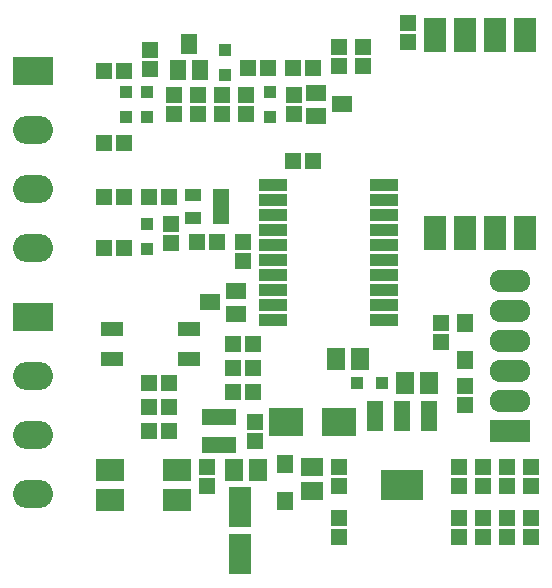
<source format=gts>
G04 #@! TF.GenerationSoftware,KiCad,Pcbnew,5.0.0-fee4fd1~66~ubuntu18.04.1*
G04 #@! TF.CreationDate,2019-02-05T20:13:11-07:00*
G04 #@! TF.ProjectId,sprinkler_nodes,737072696E6B6C65725F6E6F6465732E,rev?*
G04 #@! TF.SameCoordinates,Original*
G04 #@! TF.FileFunction,Soldermask,Top*
G04 #@! TF.FilePolarity,Negative*
%FSLAX46Y46*%
G04 Gerber Fmt 4.6, Leading zero omitted, Abs format (unit mm)*
G04 Created by KiCad (PCBNEW 5.0.0-fee4fd1~66~ubuntu18.04.1) date Tue Feb  5 20:13:11 2019*
%MOMM*%
%LPD*%
G01*
G04 APERTURE LIST*
%ADD10R,2.432000X1.924000*%
%ADD11R,1.400000X1.350000*%
%ADD12R,1.350000X1.400000*%
%ADD13R,1.550000X1.850000*%
%ADD14R,1.850000X1.550000*%
%ADD15R,1.400000X1.500000*%
%ADD16R,1.100000X1.000000*%
%ADD17R,1.000000X1.100000*%
%ADD18O,3.400000X2.400000*%
%ADD19R,3.400000X2.400000*%
%ADD20R,3.448000X1.924000*%
%ADD21O,3.448000X1.924000*%
%ADD22R,2.900000X2.400000*%
%ADD23R,1.900000X1.200000*%
%ADD24R,1.400000X1.800000*%
%ADD25R,1.800000X1.400000*%
%ADD26R,2.350000X1.000000*%
%ADD27R,1.100000X1.400000*%
%ADD28R,1.350000X2.550000*%
%ADD29R,3.650000X2.550000*%
%ADD30R,1.400000X1.100000*%
%ADD31R,1.900000X3.400000*%
%ADD32R,1.920000X2.940000*%
G04 APERTURE END LIST*
D10*
G04 #@! TO.C,BR1*
X74295000Y-68834000D03*
X74295000Y-71374000D03*
X80010000Y-68834000D03*
X80010000Y-71374000D03*
G04 #@! TD*
D11*
G04 #@! TO.C,C1*
X91503000Y-42672000D03*
X89853000Y-42672000D03*
G04 #@! TD*
G04 #@! TO.C,C2*
X84773000Y-58166000D03*
X86423000Y-58166000D03*
G04 #@! TD*
D12*
G04 #@! TO.C,C6*
X86614000Y-66357000D03*
X86614000Y-64707000D03*
G04 #@! TD*
D13*
G04 #@! TO.C,C7*
X86877000Y-68834000D03*
X84827000Y-68834000D03*
G04 #@! TD*
D14*
G04 #@! TO.C,C8*
X91440000Y-68571000D03*
X91440000Y-70621000D03*
G04 #@! TD*
D13*
G04 #@! TO.C,C9*
X93463000Y-59436000D03*
X95513000Y-59436000D03*
G04 #@! TD*
G04 #@! TO.C,C10*
X99305000Y-61468000D03*
X101355000Y-61468000D03*
G04 #@! TD*
D11*
G04 #@! TO.C,C11*
X75501000Y-35052000D03*
X73851000Y-35052000D03*
G04 #@! TD*
G04 #@! TO.C,C12*
X73851000Y-41148000D03*
X75501000Y-41148000D03*
G04 #@! TD*
G04 #@! TO.C,C13*
X73851000Y-45720000D03*
X75501000Y-45720000D03*
G04 #@! TD*
G04 #@! TO.C,C14*
X73851000Y-50038000D03*
X75501000Y-50038000D03*
G04 #@! TD*
D12*
G04 #@! TO.C,C15*
X79502000Y-47943000D03*
X79502000Y-49593000D03*
G04 #@! TD*
G04 #@! TO.C,C16*
X83820000Y-38671000D03*
X83820000Y-37021000D03*
G04 #@! TD*
D11*
G04 #@! TO.C,C17*
X87693000Y-34798000D03*
X86043000Y-34798000D03*
G04 #@! TD*
D12*
G04 #@! TO.C,C18*
X89916000Y-37021000D03*
X89916000Y-38671000D03*
G04 #@! TD*
D11*
G04 #@! TO.C,D1*
X77661000Y-65532000D03*
X79311000Y-65532000D03*
G04 #@! TD*
D15*
G04 #@! TO.C,D2*
X104394000Y-56337000D03*
X104394000Y-59487000D03*
G04 #@! TD*
G04 #@! TO.C,D3*
X89154000Y-71425000D03*
X89154000Y-68275000D03*
G04 #@! TD*
D12*
G04 #@! TO.C,D4*
X93726000Y-70167000D03*
X93726000Y-68517000D03*
G04 #@! TD*
D16*
G04 #@! TO.C,D5*
X95211000Y-61468000D03*
X97321000Y-61468000D03*
G04 #@! TD*
D12*
G04 #@! TO.C,D6*
X103886000Y-70167000D03*
X103886000Y-68517000D03*
G04 #@! TD*
D17*
G04 #@! TO.C,D7*
X75692000Y-38901000D03*
X75692000Y-36791000D03*
G04 #@! TD*
G04 #@! TO.C,D8*
X77470000Y-38901000D03*
X77470000Y-36791000D03*
G04 #@! TD*
G04 #@! TO.C,D9*
X77470000Y-47967000D03*
X77470000Y-50077000D03*
G04 #@! TD*
G04 #@! TO.C,D10*
X84074000Y-35345000D03*
X84074000Y-33235000D03*
G04 #@! TD*
G04 #@! TO.C,D11*
X87884000Y-38901000D03*
X87884000Y-36791000D03*
G04 #@! TD*
D18*
G04 #@! TO.C,J1*
X67818000Y-70880000D03*
X67818000Y-65880000D03*
X67818000Y-60880000D03*
D19*
X67818000Y-55880000D03*
G04 #@! TD*
G04 #@! TO.C,J2*
X67818000Y-35052000D03*
D18*
X67818000Y-40052000D03*
X67818000Y-45052000D03*
X67818000Y-50052000D03*
G04 #@! TD*
D20*
G04 #@! TO.C,J3*
X108204000Y-65532000D03*
D21*
X108204000Y-62992000D03*
X108204000Y-60452000D03*
X108204000Y-57912000D03*
X108204000Y-55372000D03*
X108204000Y-52832000D03*
G04 #@! TD*
D22*
G04 #@! TO.C,L1*
X93690000Y-64770000D03*
X89190000Y-64770000D03*
G04 #@! TD*
D23*
G04 #@! TO.C,OT1*
X80974000Y-59436000D03*
X80974000Y-56896000D03*
X74474000Y-56896000D03*
X74474000Y-59436000D03*
G04 #@! TD*
D24*
G04 #@! TO.C,Q1*
X81026000Y-32766000D03*
X81976000Y-34966000D03*
X80076000Y-34966000D03*
G04 #@! TD*
D25*
G04 #@! TO.C,Q2*
X91780000Y-36896000D03*
X91780000Y-38796000D03*
X93980000Y-37846000D03*
G04 #@! TD*
D11*
G04 #@! TO.C,R1*
X77661000Y-61468000D03*
X79311000Y-61468000D03*
G04 #@! TD*
G04 #@! TO.C,R2*
X79311000Y-63500000D03*
X77661000Y-63500000D03*
G04 #@! TD*
D12*
G04 #@! TO.C,R5*
X104394000Y-61659000D03*
X104394000Y-63309000D03*
G04 #@! TD*
D11*
G04 #@! TO.C,R9*
X84773000Y-60198000D03*
X86423000Y-60198000D03*
G04 #@! TD*
G04 #@! TO.C,R10*
X84773000Y-62230000D03*
X86423000Y-62230000D03*
G04 #@! TD*
D12*
G04 #@! TO.C,R11*
X93726000Y-74485000D03*
X93726000Y-72835000D03*
G04 #@! TD*
G04 #@! TO.C,R12*
X103886000Y-72835000D03*
X103886000Y-74485000D03*
G04 #@! TD*
G04 #@! TO.C,R13*
X79756000Y-38671000D03*
X79756000Y-37021000D03*
G04 #@! TD*
G04 #@! TO.C,R14*
X77724000Y-33211000D03*
X77724000Y-34861000D03*
G04 #@! TD*
D11*
G04 #@! TO.C,R15*
X77661000Y-45720000D03*
X79311000Y-45720000D03*
G04 #@! TD*
D12*
G04 #@! TO.C,R16*
X81788000Y-37021000D03*
X81788000Y-38671000D03*
G04 #@! TD*
G04 #@! TO.C,R17*
X85852000Y-38671000D03*
X85852000Y-37021000D03*
G04 #@! TD*
D11*
G04 #@! TO.C,R18*
X81725000Y-49530000D03*
X83375000Y-49530000D03*
G04 #@! TD*
D12*
G04 #@! TO.C,R19*
X85598000Y-51117000D03*
X85598000Y-49467000D03*
G04 #@! TD*
D11*
G04 #@! TO.C,R20*
X91503000Y-34798000D03*
X89853000Y-34798000D03*
G04 #@! TD*
D12*
G04 #@! TO.C,R21*
X93726000Y-34607000D03*
X93726000Y-32957000D03*
G04 #@! TD*
G04 #@! TO.C,R22*
X95758000Y-32957000D03*
X95758000Y-34607000D03*
G04 #@! TD*
D26*
G04 #@! TO.C,U1*
X97538000Y-44704000D03*
X97538000Y-47244000D03*
X97538000Y-48514000D03*
X97538000Y-45974000D03*
X97538000Y-49784000D03*
X97538000Y-56134000D03*
X97538000Y-52324000D03*
X97538000Y-54864000D03*
X97538000Y-53594000D03*
X97538000Y-51054000D03*
X88138000Y-51054000D03*
X88138000Y-53594000D03*
X88138000Y-54864000D03*
X88138000Y-52324000D03*
X88138000Y-56134000D03*
X88138000Y-49784000D03*
X88138000Y-45974000D03*
X88138000Y-48514000D03*
X88138000Y-47244000D03*
X88138000Y-44704000D03*
G04 #@! TD*
D25*
G04 #@! TO.C,U2*
X85004000Y-55560000D03*
X85004000Y-53660000D03*
X82804000Y-54610000D03*
G04 #@! TD*
D27*
G04 #@! TO.C,U3*
X84516000Y-64332000D03*
X83566000Y-64332000D03*
X82616000Y-64332000D03*
X82616000Y-66732000D03*
X83566000Y-66732000D03*
X84516000Y-66732000D03*
G04 #@! TD*
D28*
G04 #@! TO.C,U4*
X101360000Y-64262000D03*
X99060000Y-64262000D03*
X96760000Y-64262000D03*
D29*
X99060000Y-70062000D03*
G04 #@! TD*
D30*
G04 #@! TO.C,U5*
X83750000Y-47432000D03*
X83750000Y-46482000D03*
X83750000Y-45532000D03*
X81350000Y-45532000D03*
X81350000Y-47432000D03*
G04 #@! TD*
D12*
G04 #@! TO.C,R23*
X82550000Y-68517000D03*
X82550000Y-70167000D03*
G04 #@! TD*
G04 #@! TO.C,D12*
X109982000Y-70167000D03*
X109982000Y-68517000D03*
G04 #@! TD*
G04 #@! TO.C,D13*
X107950000Y-68517000D03*
X107950000Y-70167000D03*
G04 #@! TD*
G04 #@! TO.C,D14*
X105918000Y-70167000D03*
X105918000Y-68517000D03*
G04 #@! TD*
G04 #@! TO.C,R6*
X109982000Y-74485000D03*
X109982000Y-72835000D03*
G04 #@! TD*
G04 #@! TO.C,R7*
X107950000Y-72835000D03*
X107950000Y-74485000D03*
G04 #@! TD*
G04 #@! TO.C,R8*
X105918000Y-74485000D03*
X105918000Y-72835000D03*
G04 #@! TD*
G04 #@! TO.C,C4*
X102362000Y-57975000D03*
X102362000Y-56325000D03*
G04 #@! TD*
D31*
G04 #@! TO.C,C5*
X85344000Y-71914000D03*
X85344000Y-75914000D03*
G04 #@! TD*
D12*
G04 #@! TO.C,C3*
X99568000Y-32575000D03*
X99568000Y-30925000D03*
G04 #@! TD*
D32*
G04 #@! TO.C,U6*
X109474000Y-32004000D03*
X106934000Y-32004000D03*
X104394000Y-32004000D03*
X101854000Y-32004000D03*
X109474000Y-48764000D03*
X106934000Y-48764000D03*
X104394000Y-48764000D03*
X101854000Y-48764000D03*
G04 #@! TD*
M02*

</source>
